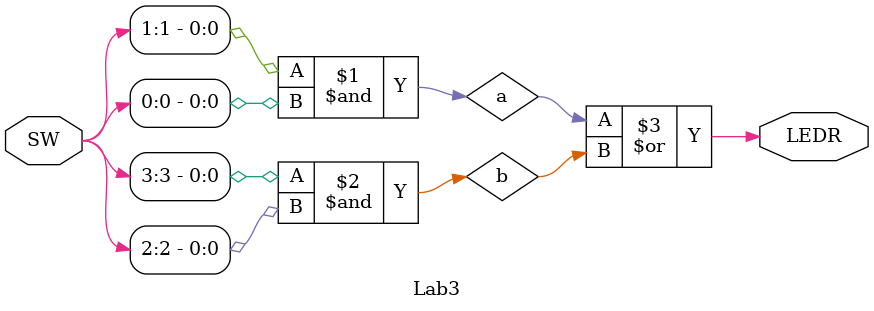
<source format=v>
/* ***************************************************************\
| Name of program : Lab3
| Author : Charles Heckel
| Date Created : 5/29/2018
| Date last updated : 5/29/2018
| Function : mimics the logic of the function, "f = AB + CD"
| Method : the program uses three built-in gate function to connect
|	input signals (Switches) to an output (LED)
| Inputs : SW	- Switches controlling the input signal values
| Output : LEDR	- Light illuminated by the result of the function
| Additional Comments : (Extras)
\*****************************************************************/

module Lab3(SW, LEDR);
  // initialization
  input[3:0] SW;	// four inputs: A,B,C,D
  output wire[0:0] LEDR;
  wire a, b;		// used to connect the AND gates to the OR gate
  
  // implementation of part 2
  and(a, SW[1], SW[0]);
  and(b, SW[3], SW[2]);
  or(LEDR[0], a, b);
  
  
  // implementation of part 3
  // Equivalency achieved through substitution
//  nand(a, SW[1], SW[0]);
//  nand(b, SW[3], SW[2]);
//  nand(LEDR[0], a, b);
  
  
  // implementation of part 4
  // Equivalency achieved through continuous assignment
//  assign LEDR[0] = (SW[0] & SW[1]) | (SW[3] & SW[2]);
  
  
 endmodule // Lab3
 
</source>
